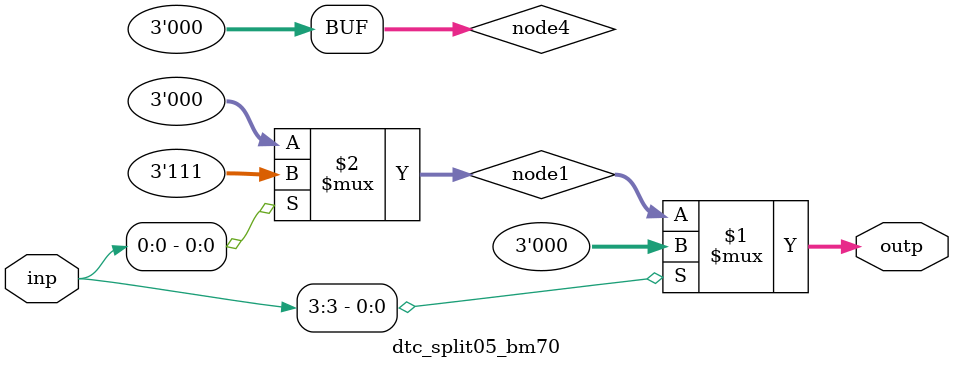
<source format=v>
module dtc_split05_bm70 (
	input  wire [12-1:0] inp,
	output wire [3-1:0] outp
);

	wire [3-1:0] node1;
	wire [3-1:0] node4;

	assign outp = (inp[3]) ? node4 : node1;
		assign node1 = (inp[0]) ? 3'b111 : 3'b000;
		assign node4 = (inp[4]) ? 3'b000 : 3'b000;

endmodule
</source>
